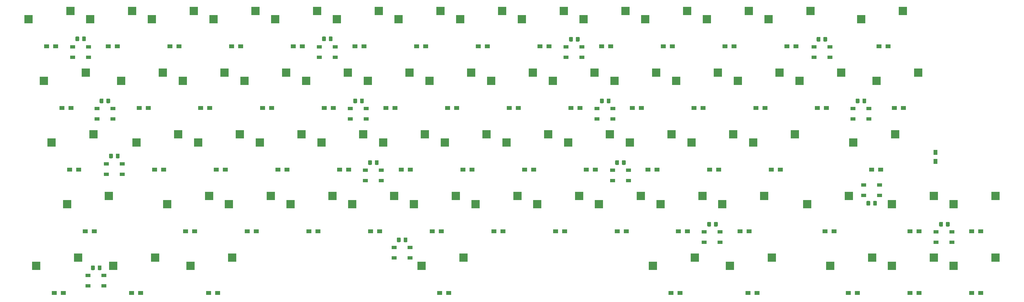
<source format=gbr>
G04 #@! TF.GenerationSoftware,KiCad,Pcbnew,(5.1.10)-1*
G04 #@! TF.CreationDate,2021-09-11T23:54:04-05:00*
G04 #@! TF.ProjectId,kintsugi,6b696e74-7375-4676-992e-6b696361645f,rev?*
G04 #@! TF.SameCoordinates,Original*
G04 #@! TF.FileFunction,Paste,Bot*
G04 #@! TF.FilePolarity,Positive*
%FSLAX46Y46*%
G04 Gerber Fmt 4.6, Leading zero omitted, Abs format (unit mm)*
G04 Created by KiCad (PCBNEW (5.1.10)-1) date 2021-09-11 23:54:04*
%MOMM*%
%LPD*%
G01*
G04 APERTURE LIST*
%ADD10R,2.550000X2.500000*%
%ADD11R,1.600000X1.200000*%
%ADD12R,1.200000X1.600000*%
%ADD13R,1.500000X1.000000*%
G04 APERTURE END LIST*
D10*
X312002500Y-49847500D03*
X324929500Y-47307500D03*
X254852500Y-68897500D03*
X267779500Y-66357500D03*
X188177500Y-87947500D03*
X201104500Y-85407500D03*
X126265000Y-30797500D03*
X139192000Y-28257500D03*
X67754500Y-47307500D03*
X54827500Y-49847500D03*
X304858750Y-68897500D03*
X317785750Y-66357500D03*
X50065000Y-30797500D03*
X62992000Y-28257500D03*
X303498250Y-85407500D03*
X290571250Y-87947500D03*
X277304500Y-85407500D03*
X264377500Y-87947500D03*
X301117000Y-47307500D03*
X288190000Y-49847500D03*
X320167000Y-28257500D03*
X307240000Y-30797500D03*
X291592000Y-28257500D03*
X278665000Y-30797500D03*
D11*
X298921000Y-96266000D03*
X296121000Y-96266000D03*
X272672000Y-96266000D03*
X269872000Y-96266000D03*
X320297000Y-58166000D03*
X317497000Y-58166000D03*
X296548000Y-58166000D03*
X293748000Y-58166000D03*
X315598000Y-39116000D03*
X312798000Y-39116000D03*
X287110000Y-39116000D03*
X284310000Y-39116000D03*
D10*
X70135750Y-66357500D03*
X57208750Y-68897500D03*
D11*
X63162000Y-58166000D03*
X60362000Y-58166000D03*
X344173000Y-115316000D03*
X341373000Y-115316000D03*
X325123000Y-115316000D03*
X322323000Y-115316000D03*
X306073000Y-115316000D03*
X303273000Y-115316000D03*
X275085000Y-115316000D03*
X272285000Y-115316000D03*
X251336000Y-115316000D03*
X248536000Y-115316000D03*
X179835000Y-115316000D03*
X177035000Y-115316000D03*
X108461000Y-115316000D03*
X105661000Y-115316000D03*
X84712000Y-115316000D03*
X81912000Y-115316000D03*
X60836000Y-115316000D03*
X58036000Y-115316000D03*
X344173000Y-96266000D03*
X341373000Y-96266000D03*
X325123000Y-96266000D03*
X322323000Y-96266000D03*
X253622000Y-96266000D03*
X250822000Y-96266000D03*
X234699000Y-96266000D03*
X231899000Y-96266000D03*
X215649000Y-96266000D03*
X212849000Y-96266000D03*
X193799000Y-96266000D03*
X196599000Y-96266000D03*
X177549000Y-96266000D03*
X174749000Y-96266000D03*
X158499000Y-96266000D03*
X155699000Y-96266000D03*
X139449000Y-96266000D03*
X136649000Y-96266000D03*
X120399000Y-96266000D03*
X117599000Y-96266000D03*
X101349000Y-96266000D03*
X98549000Y-96266000D03*
X70361000Y-96266000D03*
X67561000Y-96266000D03*
D12*
X330200000Y-71879000D03*
X330200000Y-74679000D03*
D11*
X313312000Y-77216000D03*
X310512000Y-77216000D03*
X282324000Y-77216000D03*
X279524000Y-77216000D03*
X263274000Y-77216000D03*
X260474000Y-77216000D03*
X244224000Y-77216000D03*
X241424000Y-77216000D03*
X225174000Y-77216000D03*
X222374000Y-77216000D03*
X206124000Y-77216000D03*
X203324000Y-77216000D03*
X187074000Y-77216000D03*
X184274000Y-77216000D03*
X168021000Y-77216000D03*
X165221000Y-77216000D03*
X148974000Y-77216000D03*
X146174000Y-77216000D03*
X129924000Y-77216000D03*
X127124000Y-77216000D03*
X110874000Y-77216000D03*
X108074000Y-77216000D03*
X91784000Y-77216000D03*
X88984000Y-77216000D03*
X62735000Y-77216000D03*
X65535000Y-77216000D03*
X277538000Y-58166000D03*
X274738000Y-58166000D03*
X258445000Y-58166000D03*
X255645000Y-58166000D03*
X236595000Y-58166000D03*
X239395000Y-58166000D03*
X220388000Y-58166000D03*
X217588000Y-58166000D03*
X201338000Y-58166000D03*
X198538000Y-58166000D03*
X182288000Y-58166000D03*
X179488000Y-58166000D03*
X163238000Y-58166000D03*
X160438000Y-58166000D03*
X144188000Y-58166000D03*
X141388000Y-58166000D03*
X125138000Y-58166000D03*
X122338000Y-58166000D03*
X106048000Y-58166000D03*
X103248000Y-58166000D03*
X87035000Y-58166000D03*
X84235000Y-58166000D03*
X268013000Y-39116000D03*
X265213000Y-39116000D03*
X248923000Y-39116000D03*
X246123000Y-39116000D03*
X229870000Y-39116000D03*
X227070000Y-39116000D03*
X210863000Y-39116000D03*
X208063000Y-39116000D03*
X191773000Y-39116000D03*
X188973000Y-39116000D03*
X172720000Y-39116000D03*
X169920000Y-39116000D03*
X153673000Y-39116000D03*
X150873000Y-39116000D03*
X134663000Y-39116000D03*
X131863000Y-39116000D03*
X115613000Y-39116000D03*
X112813000Y-39116000D03*
X96563000Y-39116000D03*
X93763000Y-39116000D03*
X77473000Y-39116000D03*
X74673000Y-39116000D03*
X55620000Y-39116000D03*
X58420000Y-39116000D03*
D10*
X269140000Y-49847500D03*
X282067000Y-47307500D03*
X273902500Y-68897500D03*
X286829500Y-66357500D03*
X61971250Y-87947500D03*
X74898250Y-85407500D03*
X348742000Y-85407500D03*
X335815000Y-87947500D03*
X100071250Y-106997500D03*
X112998250Y-104457500D03*
X171508750Y-106997500D03*
X184435750Y-104457500D03*
X266758750Y-106997500D03*
X279685750Y-104457500D03*
X335815000Y-106997500D03*
X348742000Y-104457500D03*
X242946250Y-106997500D03*
X255873250Y-104457500D03*
X76258750Y-106997500D03*
X89185750Y-104457500D03*
X52446250Y-106997500D03*
X65373250Y-104457500D03*
X316765000Y-106997500D03*
X329692000Y-104457500D03*
X297715000Y-106997500D03*
X310642000Y-104457500D03*
X316765000Y-87947500D03*
X329692000Y-85407500D03*
X245327500Y-87947500D03*
X258254500Y-85407500D03*
X226277500Y-87947500D03*
X239204500Y-85407500D03*
X207227500Y-87947500D03*
X220154500Y-85407500D03*
X169127500Y-87947500D03*
X182054500Y-85407500D03*
X150077500Y-87947500D03*
X163004500Y-85407500D03*
X131027500Y-87947500D03*
X143954500Y-85407500D03*
X111977500Y-87947500D03*
X124904500Y-85407500D03*
X92927500Y-87947500D03*
X105854500Y-85407500D03*
X235802500Y-68897500D03*
X248729500Y-66357500D03*
X216752500Y-68897500D03*
X229679500Y-66357500D03*
X197702500Y-68897500D03*
X210629500Y-66357500D03*
X191579500Y-66357500D03*
X178652500Y-68897500D03*
X159602500Y-68897500D03*
X172529500Y-66357500D03*
X140552500Y-68897500D03*
X153479500Y-66357500D03*
X121502500Y-68897500D03*
X134429500Y-66357500D03*
X102452500Y-68897500D03*
X115379500Y-66357500D03*
X83402500Y-68897500D03*
X96329500Y-66357500D03*
X250090000Y-49847500D03*
X263017000Y-47307500D03*
X231040000Y-49847500D03*
X243967000Y-47307500D03*
X211990000Y-49847500D03*
X224917000Y-47307500D03*
X192940000Y-49847500D03*
X205867000Y-47307500D03*
X173890000Y-49847500D03*
X186817000Y-47307500D03*
X154840000Y-49847500D03*
X167767000Y-47307500D03*
X135790000Y-49847500D03*
X148717000Y-47307500D03*
X116740000Y-49847500D03*
X129667000Y-47307500D03*
X97690000Y-49847500D03*
X110617000Y-47307500D03*
X78640000Y-49847500D03*
X91567000Y-47307500D03*
X259615000Y-30797500D03*
X272542000Y-28257500D03*
X240565000Y-30797500D03*
X253492000Y-28257500D03*
X221515000Y-30797500D03*
X234442000Y-28257500D03*
X202465000Y-30797500D03*
X215392000Y-28257500D03*
X183415000Y-30797500D03*
X196342000Y-28257500D03*
X164365000Y-30797500D03*
X177292000Y-28257500D03*
X145315000Y-30797500D03*
X158242000Y-28257500D03*
X107215000Y-30797500D03*
X120142000Y-28257500D03*
X88165000Y-30797500D03*
X101092000Y-28257500D03*
X69115000Y-30797500D03*
X82042000Y-28257500D03*
D13*
X68416000Y-113106000D03*
X68416000Y-109906000D03*
X73316000Y-113106000D03*
X73316000Y-109906000D03*
X167931000Y-101270000D03*
X167931000Y-104470000D03*
X163031000Y-101270000D03*
X163031000Y-104470000D03*
X263689000Y-96444000D03*
X263689000Y-99644000D03*
X258789000Y-96444000D03*
X258789000Y-99644000D03*
X335317000Y-96444000D03*
X335317000Y-99644000D03*
X330417000Y-96444000D03*
X330417000Y-99644000D03*
X312965000Y-81966000D03*
X312965000Y-85166000D03*
X308065000Y-81966000D03*
X308065000Y-85166000D03*
X235368000Y-77394000D03*
X235368000Y-80594000D03*
X230468000Y-77394000D03*
X230468000Y-80594000D03*
X154141000Y-80594000D03*
X154141000Y-77394000D03*
X159041000Y-80594000D03*
X159041000Y-77394000D03*
X79031000Y-75489000D03*
X79031000Y-78689000D03*
X74131000Y-75489000D03*
X74131000Y-78689000D03*
X76110000Y-58344000D03*
X76110000Y-61544000D03*
X71210000Y-58344000D03*
X71210000Y-61544000D03*
X154342000Y-58344000D03*
X154342000Y-61544000D03*
X149442000Y-58344000D03*
X149442000Y-61544000D03*
X225642000Y-61544000D03*
X225642000Y-58344000D03*
X230542000Y-61544000D03*
X230542000Y-58344000D03*
X309663000Y-58344000D03*
X309663000Y-61544000D03*
X304763000Y-58344000D03*
X304763000Y-61544000D03*
X292698000Y-42494000D03*
X292698000Y-39294000D03*
X297598000Y-42494000D03*
X297598000Y-39294000D03*
X221017000Y-39294000D03*
X221017000Y-42494000D03*
X216117000Y-39294000D03*
X216117000Y-42494000D03*
X144817000Y-39294000D03*
X144817000Y-42494000D03*
X139917000Y-39294000D03*
X139917000Y-42494000D03*
X68617000Y-39294000D03*
X68617000Y-42494000D03*
X63717000Y-39294000D03*
X63717000Y-42494000D03*
G36*
G01*
X69368000Y-108044000D02*
X69368000Y-107094000D01*
G75*
G02*
X69618000Y-106844000I250000J0D01*
G01*
X70293000Y-106844000D01*
G75*
G02*
X70543000Y-107094000I0J-250000D01*
G01*
X70543000Y-108044000D01*
G75*
G02*
X70293000Y-108294000I-250000J0D01*
G01*
X69618000Y-108294000D01*
G75*
G02*
X69368000Y-108044000I0J250000D01*
G01*
G37*
G36*
G01*
X71443000Y-108044000D02*
X71443000Y-107094000D01*
G75*
G02*
X71693000Y-106844000I250000J0D01*
G01*
X72368000Y-106844000D01*
G75*
G02*
X72618000Y-107094000I0J-250000D01*
G01*
X72618000Y-108044000D01*
G75*
G02*
X72368000Y-108294000I-250000J0D01*
G01*
X71693000Y-108294000D01*
G75*
G02*
X71443000Y-108044000I0J250000D01*
G01*
G37*
G36*
G01*
X261794500Y-94582000D02*
X261794500Y-93632000D01*
G75*
G02*
X262044500Y-93382000I250000J0D01*
G01*
X262719500Y-93382000D01*
G75*
G02*
X262969500Y-93632000I0J-250000D01*
G01*
X262969500Y-94582000D01*
G75*
G02*
X262719500Y-94832000I-250000J0D01*
G01*
X262044500Y-94832000D01*
G75*
G02*
X261794500Y-94582000I0J250000D01*
G01*
G37*
G36*
G01*
X259719500Y-94582000D02*
X259719500Y-93632000D01*
G75*
G02*
X259969500Y-93382000I250000J0D01*
G01*
X260644500Y-93382000D01*
G75*
G02*
X260894500Y-93632000I0J-250000D01*
G01*
X260894500Y-94582000D01*
G75*
G02*
X260644500Y-94832000I-250000J0D01*
G01*
X259969500Y-94832000D01*
G75*
G02*
X259719500Y-94582000I0J250000D01*
G01*
G37*
G36*
G01*
X165931000Y-99408000D02*
X165931000Y-98458000D01*
G75*
G02*
X166181000Y-98208000I250000J0D01*
G01*
X166856000Y-98208000D01*
G75*
G02*
X167106000Y-98458000I0J-250000D01*
G01*
X167106000Y-99408000D01*
G75*
G02*
X166856000Y-99658000I-250000J0D01*
G01*
X166181000Y-99658000D01*
G75*
G02*
X165931000Y-99408000I0J250000D01*
G01*
G37*
G36*
G01*
X163856000Y-99408000D02*
X163856000Y-98458000D01*
G75*
G02*
X164106000Y-98208000I250000J0D01*
G01*
X164781000Y-98208000D01*
G75*
G02*
X165031000Y-98458000I0J-250000D01*
G01*
X165031000Y-99408000D01*
G75*
G02*
X164781000Y-99658000I-250000J0D01*
G01*
X164106000Y-99658000D01*
G75*
G02*
X163856000Y-99408000I0J250000D01*
G01*
G37*
G36*
G01*
X333444000Y-94582000D02*
X333444000Y-93632000D01*
G75*
G02*
X333694000Y-93382000I250000J0D01*
G01*
X334369000Y-93382000D01*
G75*
G02*
X334619000Y-93632000I0J-250000D01*
G01*
X334619000Y-94582000D01*
G75*
G02*
X334369000Y-94832000I-250000J0D01*
G01*
X333694000Y-94832000D01*
G75*
G02*
X333444000Y-94582000I0J250000D01*
G01*
G37*
G36*
G01*
X331369000Y-94582000D02*
X331369000Y-93632000D01*
G75*
G02*
X331619000Y-93382000I250000J0D01*
G01*
X332294000Y-93382000D01*
G75*
G02*
X332544000Y-93632000I0J-250000D01*
G01*
X332544000Y-94582000D01*
G75*
G02*
X332294000Y-94832000I-250000J0D01*
G01*
X331619000Y-94832000D01*
G75*
G02*
X331369000Y-94582000I0J250000D01*
G01*
G37*
G36*
G01*
X310965000Y-88105000D02*
X310965000Y-87155000D01*
G75*
G02*
X311215000Y-86905000I250000J0D01*
G01*
X311890000Y-86905000D01*
G75*
G02*
X312140000Y-87155000I0J-250000D01*
G01*
X312140000Y-88105000D01*
G75*
G02*
X311890000Y-88355000I-250000J0D01*
G01*
X311215000Y-88355000D01*
G75*
G02*
X310965000Y-88105000I0J250000D01*
G01*
G37*
G36*
G01*
X308890000Y-88105000D02*
X308890000Y-87155000D01*
G75*
G02*
X309140000Y-86905000I250000J0D01*
G01*
X309815000Y-86905000D01*
G75*
G02*
X310065000Y-87155000I0J-250000D01*
G01*
X310065000Y-88105000D01*
G75*
G02*
X309815000Y-88355000I-250000J0D01*
G01*
X309140000Y-88355000D01*
G75*
G02*
X308890000Y-88105000I0J250000D01*
G01*
G37*
G36*
G01*
X233368000Y-75532000D02*
X233368000Y-74582000D01*
G75*
G02*
X233618000Y-74332000I250000J0D01*
G01*
X234293000Y-74332000D01*
G75*
G02*
X234543000Y-74582000I0J-250000D01*
G01*
X234543000Y-75532000D01*
G75*
G02*
X234293000Y-75782000I-250000J0D01*
G01*
X233618000Y-75782000D01*
G75*
G02*
X233368000Y-75532000I0J250000D01*
G01*
G37*
G36*
G01*
X231293000Y-75532000D02*
X231293000Y-74582000D01*
G75*
G02*
X231543000Y-74332000I250000J0D01*
G01*
X232218000Y-74332000D01*
G75*
G02*
X232468000Y-74582000I0J-250000D01*
G01*
X232468000Y-75532000D01*
G75*
G02*
X232218000Y-75782000I-250000J0D01*
G01*
X231543000Y-75782000D01*
G75*
G02*
X231293000Y-75532000I0J250000D01*
G01*
G37*
G36*
G01*
X157041000Y-75532000D02*
X157041000Y-74582000D01*
G75*
G02*
X157291000Y-74332000I250000J0D01*
G01*
X157966000Y-74332000D01*
G75*
G02*
X158216000Y-74582000I0J-250000D01*
G01*
X158216000Y-75532000D01*
G75*
G02*
X157966000Y-75782000I-250000J0D01*
G01*
X157291000Y-75782000D01*
G75*
G02*
X157041000Y-75532000I0J250000D01*
G01*
G37*
G36*
G01*
X154966000Y-75532000D02*
X154966000Y-74582000D01*
G75*
G02*
X155216000Y-74332000I250000J0D01*
G01*
X155891000Y-74332000D01*
G75*
G02*
X156141000Y-74582000I0J-250000D01*
G01*
X156141000Y-75532000D01*
G75*
G02*
X155891000Y-75782000I-250000J0D01*
G01*
X155216000Y-75782000D01*
G75*
G02*
X154966000Y-75532000I0J250000D01*
G01*
G37*
G36*
G01*
X77031000Y-73500000D02*
X77031000Y-72550000D01*
G75*
G02*
X77281000Y-72300000I250000J0D01*
G01*
X77956000Y-72300000D01*
G75*
G02*
X78206000Y-72550000I0J-250000D01*
G01*
X78206000Y-73500000D01*
G75*
G02*
X77956000Y-73750000I-250000J0D01*
G01*
X77281000Y-73750000D01*
G75*
G02*
X77031000Y-73500000I0J250000D01*
G01*
G37*
G36*
G01*
X74956000Y-73500000D02*
X74956000Y-72550000D01*
G75*
G02*
X75206000Y-72300000I250000J0D01*
G01*
X75881000Y-72300000D01*
G75*
G02*
X76131000Y-72550000I0J-250000D01*
G01*
X76131000Y-73500000D01*
G75*
G02*
X75881000Y-73750000I-250000J0D01*
G01*
X75206000Y-73750000D01*
G75*
G02*
X74956000Y-73500000I0J250000D01*
G01*
G37*
G36*
G01*
X72035000Y-56482000D02*
X72035000Y-55532000D01*
G75*
G02*
X72285000Y-55282000I250000J0D01*
G01*
X72960000Y-55282000D01*
G75*
G02*
X73210000Y-55532000I0J-250000D01*
G01*
X73210000Y-56482000D01*
G75*
G02*
X72960000Y-56732000I-250000J0D01*
G01*
X72285000Y-56732000D01*
G75*
G02*
X72035000Y-56482000I0J250000D01*
G01*
G37*
G36*
G01*
X74110000Y-56482000D02*
X74110000Y-55532000D01*
G75*
G02*
X74360000Y-55282000I250000J0D01*
G01*
X75035000Y-55282000D01*
G75*
G02*
X75285000Y-55532000I0J-250000D01*
G01*
X75285000Y-56482000D01*
G75*
G02*
X75035000Y-56732000I-250000J0D01*
G01*
X74360000Y-56732000D01*
G75*
G02*
X74110000Y-56482000I0J250000D01*
G01*
G37*
G36*
G01*
X150394000Y-56482000D02*
X150394000Y-55532000D01*
G75*
G02*
X150644000Y-55282000I250000J0D01*
G01*
X151319000Y-55282000D01*
G75*
G02*
X151569000Y-55532000I0J-250000D01*
G01*
X151569000Y-56482000D01*
G75*
G02*
X151319000Y-56732000I-250000J0D01*
G01*
X150644000Y-56732000D01*
G75*
G02*
X150394000Y-56482000I0J250000D01*
G01*
G37*
G36*
G01*
X152469000Y-56482000D02*
X152469000Y-55532000D01*
G75*
G02*
X152719000Y-55282000I250000J0D01*
G01*
X153394000Y-55282000D01*
G75*
G02*
X153644000Y-55532000I0J-250000D01*
G01*
X153644000Y-56482000D01*
G75*
G02*
X153394000Y-56732000I-250000J0D01*
G01*
X152719000Y-56732000D01*
G75*
G02*
X152469000Y-56482000I0J250000D01*
G01*
G37*
G36*
G01*
X228669000Y-56482000D02*
X228669000Y-55532000D01*
G75*
G02*
X228919000Y-55282000I250000J0D01*
G01*
X229594000Y-55282000D01*
G75*
G02*
X229844000Y-55532000I0J-250000D01*
G01*
X229844000Y-56482000D01*
G75*
G02*
X229594000Y-56732000I-250000J0D01*
G01*
X228919000Y-56732000D01*
G75*
G02*
X228669000Y-56482000I0J250000D01*
G01*
G37*
G36*
G01*
X226594000Y-56482000D02*
X226594000Y-55532000D01*
G75*
G02*
X226844000Y-55282000I250000J0D01*
G01*
X227519000Y-55282000D01*
G75*
G02*
X227769000Y-55532000I0J-250000D01*
G01*
X227769000Y-56482000D01*
G75*
G02*
X227519000Y-56732000I-250000J0D01*
G01*
X226844000Y-56732000D01*
G75*
G02*
X226594000Y-56482000I0J250000D01*
G01*
G37*
G36*
G01*
X307663000Y-56482000D02*
X307663000Y-55532000D01*
G75*
G02*
X307913000Y-55282000I250000J0D01*
G01*
X308588000Y-55282000D01*
G75*
G02*
X308838000Y-55532000I0J-250000D01*
G01*
X308838000Y-56482000D01*
G75*
G02*
X308588000Y-56732000I-250000J0D01*
G01*
X307913000Y-56732000D01*
G75*
G02*
X307663000Y-56482000I0J250000D01*
G01*
G37*
G36*
G01*
X305588000Y-56482000D02*
X305588000Y-55532000D01*
G75*
G02*
X305838000Y-55282000I250000J0D01*
G01*
X306513000Y-55282000D01*
G75*
G02*
X306763000Y-55532000I0J-250000D01*
G01*
X306763000Y-56482000D01*
G75*
G02*
X306513000Y-56732000I-250000J0D01*
G01*
X305838000Y-56732000D01*
G75*
G02*
X305588000Y-56482000I0J250000D01*
G01*
G37*
G36*
G01*
X295598000Y-37432000D02*
X295598000Y-36482000D01*
G75*
G02*
X295848000Y-36232000I250000J0D01*
G01*
X296523000Y-36232000D01*
G75*
G02*
X296773000Y-36482000I0J-250000D01*
G01*
X296773000Y-37432000D01*
G75*
G02*
X296523000Y-37682000I-250000J0D01*
G01*
X295848000Y-37682000D01*
G75*
G02*
X295598000Y-37432000I0J250000D01*
G01*
G37*
G36*
G01*
X293523000Y-37432000D02*
X293523000Y-36482000D01*
G75*
G02*
X293773000Y-36232000I250000J0D01*
G01*
X294448000Y-36232000D01*
G75*
G02*
X294698000Y-36482000I0J-250000D01*
G01*
X294698000Y-37432000D01*
G75*
G02*
X294448000Y-37682000I-250000J0D01*
G01*
X293773000Y-37682000D01*
G75*
G02*
X293523000Y-37432000I0J250000D01*
G01*
G37*
G36*
G01*
X219122500Y-37432000D02*
X219122500Y-36482000D01*
G75*
G02*
X219372500Y-36232000I250000J0D01*
G01*
X220047500Y-36232000D01*
G75*
G02*
X220297500Y-36482000I0J-250000D01*
G01*
X220297500Y-37432000D01*
G75*
G02*
X220047500Y-37682000I-250000J0D01*
G01*
X219372500Y-37682000D01*
G75*
G02*
X219122500Y-37432000I0J250000D01*
G01*
G37*
G36*
G01*
X217047500Y-37432000D02*
X217047500Y-36482000D01*
G75*
G02*
X217297500Y-36232000I250000J0D01*
G01*
X217972500Y-36232000D01*
G75*
G02*
X218222500Y-36482000I0J-250000D01*
G01*
X218222500Y-37432000D01*
G75*
G02*
X217972500Y-37682000I-250000J0D01*
G01*
X217297500Y-37682000D01*
G75*
G02*
X217047500Y-37432000I0J250000D01*
G01*
G37*
G36*
G01*
X142817000Y-37305000D02*
X142817000Y-36355000D01*
G75*
G02*
X143067000Y-36105000I250000J0D01*
G01*
X143742000Y-36105000D01*
G75*
G02*
X143992000Y-36355000I0J-250000D01*
G01*
X143992000Y-37305000D01*
G75*
G02*
X143742000Y-37555000I-250000J0D01*
G01*
X143067000Y-37555000D01*
G75*
G02*
X142817000Y-37305000I0J250000D01*
G01*
G37*
G36*
G01*
X140742000Y-37305000D02*
X140742000Y-36355000D01*
G75*
G02*
X140992000Y-36105000I250000J0D01*
G01*
X141667000Y-36105000D01*
G75*
G02*
X141917000Y-36355000I0J-250000D01*
G01*
X141917000Y-37305000D01*
G75*
G02*
X141667000Y-37555000I-250000J0D01*
G01*
X140992000Y-37555000D01*
G75*
G02*
X140742000Y-37305000I0J250000D01*
G01*
G37*
G36*
G01*
X66617000Y-37305000D02*
X66617000Y-36355000D01*
G75*
G02*
X66867000Y-36105000I250000J0D01*
G01*
X67542000Y-36105000D01*
G75*
G02*
X67792000Y-36355000I0J-250000D01*
G01*
X67792000Y-37305000D01*
G75*
G02*
X67542000Y-37555000I-250000J0D01*
G01*
X66867000Y-37555000D01*
G75*
G02*
X66617000Y-37305000I0J250000D01*
G01*
G37*
G36*
G01*
X64542000Y-37305000D02*
X64542000Y-36355000D01*
G75*
G02*
X64792000Y-36105000I250000J0D01*
G01*
X65467000Y-36105000D01*
G75*
G02*
X65717000Y-36355000I0J-250000D01*
G01*
X65717000Y-37305000D01*
G75*
G02*
X65467000Y-37555000I-250000J0D01*
G01*
X64792000Y-37555000D01*
G75*
G02*
X64542000Y-37305000I0J250000D01*
G01*
G37*
M02*

</source>
